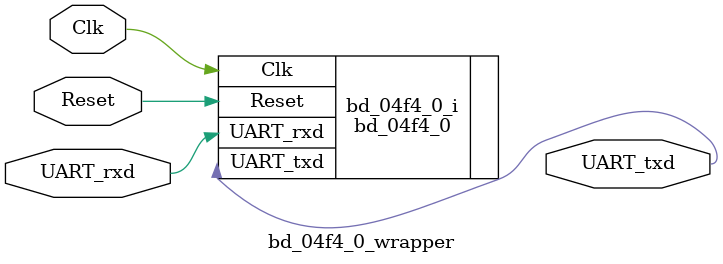
<source format=v>
`timescale 1 ps / 1 ps

module bd_04f4_0_wrapper
   (Clk,
    Reset,
    UART_rxd,
    UART_txd);
  input Clk;
  input Reset;
  input UART_rxd;
  output UART_txd;

  wire Clk;
  wire Reset;
  wire UART_rxd;
  wire UART_txd;

  bd_04f4_0 bd_04f4_0_i
       (.Clk(Clk),
        .Reset(Reset),
        .UART_rxd(UART_rxd),
        .UART_txd(UART_txd));
endmodule

</source>
